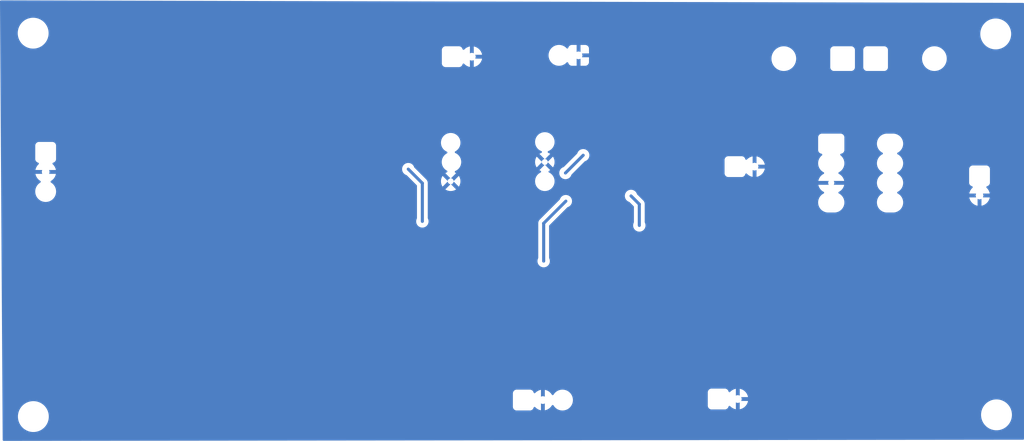
<source format=kicad_pcb>
(kicad_pcb
	(version 20240108)
	(generator "pcbnew")
	(generator_version "8.0")
	(general
		(thickness 1.6)
		(legacy_teardrops no)
	)
	(paper "A4")
	(title_block
		(title "PPM Aplifier")
		(date "2025-01-15")
		(rev "2.0")
		(company "D. Q. McDonald")
	)
	(layers
		(0 "F.Cu" signal)
		(31 "B.Cu" signal)
		(32 "B.Adhes" user "B.Adhesive")
		(33 "F.Adhes" user "F.Adhesive")
		(34 "B.Paste" user)
		(35 "F.Paste" user)
		(36 "B.SilkS" user "B.Silkscreen")
		(37 "F.SilkS" user "F.Silkscreen")
		(38 "B.Mask" user)
		(39 "F.Mask" user)
		(40 "Dwgs.User" user "User.Drawings")
		(41 "Cmts.User" user "User.Comments")
		(42 "Eco1.User" user "User.Eco1")
		(43 "Eco2.User" user "User.Eco2")
		(44 "Edge.Cuts" user)
		(45 "Margin" user)
		(46 "B.CrtYd" user "B.Courtyard")
		(47 "F.CrtYd" user "F.Courtyard")
		(48 "B.Fab" user)
		(49 "F.Fab" user)
		(50 "User.1" user)
		(51 "User.2" user)
		(52 "User.3" user)
		(53 "User.4" user)
		(54 "User.5" user)
		(55 "User.6" user)
		(56 "User.7" user)
		(57 "User.8" user)
		(58 "User.9" user)
	)
	(setup
		(stackup
			(layer "F.SilkS"
				(type "Top Silk Screen")
			)
			(layer "F.Paste"
				(type "Top Solder Paste")
			)
			(layer "F.Mask"
				(type "Top Solder Mask")
				(thickness 0.01)
			)
			(layer "F.Cu"
				(type "copper")
				(thickness 0.035)
			)
			(layer "dielectric 1"
				(type "core")
				(thickness 1.51)
				(material "FR4")
				(epsilon_r 4.5)
				(loss_tangent 0.02)
			)
			(layer "B.Cu"
				(type "copper")
				(thickness 0.035)
			)
			(layer "B.Mask"
				(type "Bottom Solder Mask")
				(thickness 0.01)
			)
			(layer "B.Paste"
				(type "Bottom Solder Paste")
			)
			(layer "B.SilkS"
				(type "Bottom Silk Screen")
			)
			(copper_finish "None")
			(dielectric_constraints no)
		)
		(pad_to_mask_clearance 0)
		(allow_soldermask_bridges_in_footprints no)
		(pcbplotparams
			(layerselection 0x00010fc_ffffffff)
			(plot_on_all_layers_selection 0x0000000_00000000)
			(disableapertmacros no)
			(usegerberextensions no)
			(usegerberattributes yes)
			(usegerberadvancedattributes yes)
			(creategerberjobfile yes)
			(dashed_line_dash_ratio 12.000000)
			(dashed_line_gap_ratio 3.000000)
			(svgprecision 4)
			(plotframeref no)
			(viasonmask no)
			(mode 1)
			(useauxorigin no)
			(hpglpennumber 1)
			(hpglpenspeed 20)
			(hpglpendiameter 15.000000)
			(pdf_front_fp_property_popups yes)
			(pdf_back_fp_property_popups yes)
			(dxfpolygonmode yes)
			(dxfimperialunits yes)
			(dxfusepcbnewfont yes)
			(psnegative no)
			(psa4output no)
			(plotreference yes)
			(plotvalue yes)
			(plotfptext yes)
			(plotinvisibletext no)
			(sketchpadsonfab no)
			(subtractmaskfromsilk no)
			(outputformat 1)
			(mirror no)
			(drillshape 1)
			(scaleselection 1)
			(outputdirectory "")
		)
	)
	(net 0 "")
	(net 1 "+12V")
	(net 2 "GND")
	(net 3 "-12V")
	(net 4 "Net-(T1-6)")
	(segment
		(start 81.15 48.45)
		(end 81.15 43.5)
		(width 0.4)
		(layer "B.Cu")
		(net 1)
		(uuid "14766dc2-ff09-4c5e-b125-521758babe56")
	)
	(segment
		(start 81.15 43.5)
		(end 79.325 41.675)
		(width 0.4)
		(layer "B.Cu")
		(net 1)
		(uuid "974cd0cc-9b8e-4fca-85be-aaaf358f9f58")
	)
	(segment
		(start 96.875 48.7)
		(end 99.75 45.825)
		(width 0.4)
		(layer "B.Cu")
		(net 3)
		(uuid "434ab66e-4080-4edf-b438-4aa636ec9064")
	)
	(segment
		(start 96.875 53.6)
		(end 96.875 48.7)
		(width 0.4)
		(layer "B.Cu")
		(net 3)
		(uuid "4389ebe6-3d2e-44db-80f2-aea3768d8e5f")
	)
	(segment
		(start 109.275 46.225)
		(end 108.2 45.15)
		(width 0.4)
		(layer "B.Cu")
		(net 3)
		(uuid "b68d04f2-8c15-4956-bf96-11158010ed84")
	)
	(segment
		(start 109.275 48.975)
		(end 109.275 46.225)
		(width 0.4)
		(layer "B.Cu")
		(net 3)
		(uuid "d0a37346-27b5-4097-a295-e4b7beea5a1b")
	)
	(segment
		(start 99.7 42.175)
		(end 102 39.875)
		(width 0.4)
		(layer "B.Cu")
		(net 4)
		(uuid "5a6b7e40-9376-4e4f-bcb5-f6c5ce2bce9b")
	)
	(zone
		(net 2)
		(net_name "GND")
		(layer "B.Cu")
		(uuid "f8a638ce-ac73-4c5d-9a81-30df537fc585")
		(hatch edge 0.5)
		(connect_pads
			(clearance 0.5)
		)
		(min_thickness 0.25)
		(filled_areas_thickness no)
		(fill yes
			(thermal_gap 0.5)
			(thermal_bridge_width 0.5)
		)
		(polygon
			(pts
				(xy 26.45 19.8) (xy 159.15 20.125) (xy 159.15 76.75) (xy 26.75 76.9) (xy 26.4 19.8) (xy 26.475 19.75)
			)
		)
		(filled_polygon
			(layer "B.Cu")
			(pts
				(xy 159.026304 20.124697) (xy 159.093295 20.144546) (xy 159.13892 20.197462) (xy 159.15 20.248697)
				(xy 159.15 76.62614) (xy 159.130315 76.693179) (xy 159.077511 76.738934) (xy 159.02614 76.75014)
				(xy 26.873381 76.89986) (xy 26.80632 76.880251) (xy 26.760505 76.827499) (xy 26.749243 76.776623)
				(xy 26.729887 73.618872) (xy 28.7245 73.618872) (xy 28.7245 73.881127) (xy 28.729107 73.916116)
				(xy 28.75873 74.141116) (xy 28.826602 74.394418) (xy 28.826605 74.394428) (xy 28.926953 74.63669)
				(xy 28.926958 74.6367) (xy 29.058075 74.863803) (xy 29.217718 75.071851) (xy 29.217726 75.07186)
				(xy 29.40314 75.257274) (xy 29.403148 75.257281) (xy 29.611196 75.416924) (xy 29.838299 75.548041)
				(xy 29.838309 75.548046) (xy 30.080571 75.648394) (xy 30.080581 75.648398) (xy 30.333884 75.71627)
				(xy 30.59388 75.7505) (xy 30.593887 75.7505) (xy 30.856113 75.7505) (xy 30.85612 75.7505) (xy 31.116116 75.71627)
				(xy 31.369419 75.648398) (xy 31.611697 75.548043) (xy 31.838803 75.416924) (xy 32.046851 75.257282)
				(xy 32.046855 75.257277) (xy 32.04686 75.257274) (xy 32.232274 75.07186) (xy 32.232277 75.071855)
				(xy 32.232282 75.071851) (xy 32.391924 74.863803) (xy 32.523043 74.636697) (xy 32.623398 74.394419)
				(xy 32.69127 74.141116) (xy 32.7255 73.88112) (xy 32.7255 73.61888) (xy 32.695876 73.393872) (xy 153.5745 73.393872)
				(xy 153.5745 73.656127) (xy 153.601123 73.858339) (xy 153.60873 73.916116) (xy 153.676602 74.169418)
				(xy 153.676605 74.169428) (xy 153.776953 74.41169) (xy 153.776958 74.4117) (xy 153.908075 74.638803)
				(xy 154.067718 74.846851) (xy 154.067726 74.84686) (xy 154.25314 75.032274) (xy 154.253148 75.032281)
				(xy 154.461196 75.191924) (xy 154.688299 75.323041) (xy 154.688309 75.323046) (xy 154.914951 75.416924)
				(xy 154.930581 75.423398) (xy 155.183884 75.49127) (xy 155.44388 75.5255) (xy 155.443887 75.5255)
				(xy 155.706113 75.5255) (xy 155.70612 75.5255) (xy 155.966116 75.49127) (xy 156.219419 75.423398)
				(xy 156.461697 75.323043) (xy 156.688803 75.191924) (xy 156.896851 75.032282) (xy 156.896855 75.032277)
				(xy 156.89686 75.032274) (xy 157.082274 74.84686) (xy 157.082277 74.846855) (xy 157.082282 74.846851)
				(xy 157.241924 74.638803) (xy 157.373043 74.411697) (xy 157.473398 74.169419) (xy 157.54127 73.916116)
				(xy 157.5755 73.65612) (xy 157.5755 73.39388) (xy 157.54127 73.133884) (xy 157.473398 72.880581)
				(xy 157.447928 72.819091) (xy 157.373046 72.638309) (xy 157.373041 72.638299) (xy 157.241924 72.411196)
				(xy 157.082281 72.203148) (xy 157.082274 72.20314) (xy 156.89686 72.017726) (xy 156.896851 72.017718)
				(xy 156.688803 71.858075) (xy 156.4617 71.726958) (xy 156.46169 71.726953) (xy 156.219428 71.626605)
				(xy 156.219421 71.626603) (xy 156.219419 71.626602) (xy 155.966116 71.55873) (xy 155.908339 71.551123)
				(xy 155.706127 71.5245) (xy 155.70612 71.5245) (xy 155.44388 71.5245) (xy 155.443872 71.5245) (xy 155.212772 71.554926)
				(xy 155.183884 71.55873) (xy 154.992545 71.609999) (xy 154.930581 71.626602) (xy 154.930571 71.626605)
				(xy 154.688309 71.726953) (xy 154.688299 71.726958) (xy 154.461196 71.858075) (xy 154.253148 72.017718)
				(xy 154.067718 72.203148) (xy 153.908075 72.411196) (xy 153.776958 72.638299) (xy 153.776953 72.638309)
				(xy 153.676605 72.880571) (xy 153.676602 72.880581) (xy 153.616317 73.105571) (xy 153.60873 73.133885)
				(xy 153.5745 73.393872) (xy 32.695876 73.393872) (xy 32.69127 73.358884) (xy 32.623398 73.105581)
				(xy 32.623394 73.105571) (xy 32.523046 72.863309) (xy 32.523041 72.863299) (xy 32.391924 72.636196)
				(xy 32.237847 72.435402) (xy 32.232282 72.428149) (xy 32.232281 72.428148) (xy 32.232274 72.42814)
				(xy 32.04686 72.242726) (xy 32.046851 72.242718) (xy 31.838803 72.083075) (xy 31.6117 71.951958)
				(xy 31.61169 71.951953) (xy 31.369428 71.851605) (xy 31.369421 71.851603) (xy 31.369419 71.851602)
				(xy 31.116116 71.78373) (xy 31.058339 71.776123) (xy 30.856127 71.7495) (xy 30.85612 71.7495) (xy 30.59388 71.7495)
				(xy 30.593872 71.7495) (xy 30.362772 71.779926) (xy 30.333884 71.78373) (xy 30.103679 71.845413)
				(xy 30.080581 71.851602) (xy 30.080571 71.851605) (xy 29.838309 71.951953) (xy 29.838299 71.951958)
				(xy 29.611196 72.083075) (xy 29.403148 72.242718) (xy 29.217718 72.428148) (xy 29.058075 72.636196)
				(xy 28.926958 72.863299) (xy 28.926953 72.863309) (xy 28.826605 73.105571) (xy 28.826602 73.105581)
				(xy 28.75873 73.358885) (xy 28.7245 73.618872) (xy 26.729887 73.618872) (xy 26.71207 70.712135)
				(xy 92.8845 70.712135) (xy 92.8845 72.50787) (xy 92.884501 72.507876) (xy 92.890908 72.567483) (xy 92.941202 72.702328)
				(xy 92.941206 72.702335) (xy 93.027452 72.817544) (xy 93.027455 72.817547) (xy 93.142664 72.903793)
				(xy 93.142671 72.903797) (xy 93.277517 72.954091) (xy 93.277516 72.954091) (xy 93.284444 72.954835)
				(xy 93.337127 72.9605) (xy 95.132872 72.960499) (xy 95.192483 72.954091) (xy 95.327331 72.903796)
				(xy 95.442546 72.817546) (xy 95.528796 72.702331) (xy 95.578002 72.570401) (xy 95.619872 72.514468)
				(xy 95.685337 72.49005) (xy 95.75361 72.504901) (xy 95.781865 72.526053) (xy 95.903917 72.648105)
				(xy 96.097421 72.7836) (xy 96.311507 72.883429) (xy 96.311516 72.883433) (xy 96.525 72.940634) (xy 96.525 72.043012)
				(xy 96.582007 72.075925) (xy 96.709174 72.11) (xy 96.840826 72.11) (xy 96.967993 72.075925) (xy 97.025 72.043012)
				(xy 97.025 72.940633) (xy 97.238483 72.883433) (xy 97.238492 72.883429) (xy 97.452578 72.7836) (xy 97.646082 72.648105)
				(xy 97.813105 72.481082) (xy 97.943119 72.295405) (xy 97.997696 72.251781) (xy 98.067195 72.244588)
				(xy 98.129549 72.27611) (xy 98.146269 72.295405) (xy 98.276505 72.481401) (xy 98.443599 72.648495)
				(xy 98.540384 72.716265) (xy 98.637165 72.784032) (xy 98.637167 72.784033) (xy 98.63717 72.784035)
				(xy 98.851337 72.883903) (xy 99.079592 72.945063) (xy 99.256034 72.9605) (xy 99.314999 72.965659)
				(xy 99.315 72.965659) (xy 99.315001 72.965659) (xy 99.373966 72.9605) (xy 99.550408 72.945063) (xy 99.778663 72.883903)
				(xy 99.99283 72.784035) (xy 100.186401 72.648495) (xy 100.353495 72.481401) (xy 100.489035 72.28783)
				(xy 100.588903 72.073663) (xy 100.650063 71.845408) (xy 100.670659 71.61) (xy 100.650063 71.374592)
				(xy 100.588903 71.146337) (xy 100.489035 70.932171) (xy 100.483731 70.924595) (xy 100.353494 70.738597)
				(xy 100.192031 70.577135) (xy 118.1495 70.577135) (xy 118.1495 72.37287) (xy 118.149501 72.372876)
				(xy 118.155908 72.432483) (xy 118.206202 72.567328) (xy 118.206206 72.567335) (xy 118.292452 72.682544)
				(xy 118.292455 72.682547) (xy 118.407664 72.768793) (xy 118.407671 72.768797) (xy 118.542517 72.819091)
				(xy 118.542516 72.819091) (xy 118.549444 72.819835) (xy 118.602127 72.8255) (xy 120.397872 72.825499)
				(xy 120.457483 72.819091) (xy 120.592331 72.768796) (xy 120.707546 72.682546) (xy 120.793796 72.567331)
				(xy 120.843002 72.435401) (xy 120.884872 72.379468) (xy 120.950337 72.35505) (xy 121.01861 72.369901)
				(xy 121.046865 72.391053) (xy 121.168917 72.513105) (xy 121.362421 72.6486) (xy 121.576507 72.748429)
				(xy 121.576516 72.748433) (xy 121.79 72.805634) (xy 121.79 71.908012) (xy 121.847007 71.940925)
				(xy 121.974174 71.975) (xy 122.105826 71.975) (xy 122.232993 71.940925) (xy 122.29 71.908012) (xy 122.29 72.805633)
				(xy 122.503483 72.748433) (xy 122.503492 72.748429) (xy 122.717578 72.6486) (xy 122.911082 72.513105)
				(xy 123.078105 72.346082) (xy 123.2136 72.152578) (xy 123.313429 71.938492) (xy 123.313432 71.938486)
				(xy 123.370636 71.725) (xy 122.473012 71.725) (xy 122.505925 71.667993) (xy 122.54 71.540826) (xy 122.54 71.409174)
				(xy 122.505925 71.282007) (xy 122.473012 71.225) (xy 123.370636 71.225) (xy 123.370635 71.224999)
				(xy 123.313432 71.011513) (xy 123.313429 71.011507) (xy 123.2136 70.797422) (xy 123.213599 70.79742)
				(xy 123.078113 70.603926) (xy 123.078108 70.60392) (xy 122.911082 70.436894) (xy 122.717578 70.301399)
				(xy 122.503492 70.20157) (xy 122.503486 70.201567) (xy 122.29 70.144364) (xy 122.29 71.041988) (xy 122.232993 71.009075)
				(xy 122.105826 70.975) (xy 121.974174 70.975) (xy 121.847007 71.009075) (xy 121.79 71.041988) (xy 121.79 70.144364)
				(xy 121.789999 70.144364) (xy 121.576513 70.201567) (xy 121.576507 70.20157) (xy 121.362422 70.301399)
				(xy 121.36242 70.3014) (xy 121.168926 70.436886) (xy 121.046865 70.558947) (xy 120.985542 70.592431)
				(xy 120.91585 70.587447) (xy 120.859917 70.545575) (xy 120.843002 70.514598) (xy 120.793797 70.382671)
				(xy 120.793793 70.382664) (xy 120.707547 70.267455) (xy 120.707544 70.267452) (xy 120.592335 70.181206)
				(xy 120.592328 70.181202) (xy 120.457482 70.130908) (xy 120.457483 70.130908) (xy 120.397883 70.124501)
				(xy 120.397881 70.1245) (xy 120.397873 70.1245) (xy 120.397864 70.1245) (xy 118.602129 70.1245)
				(xy 118.602123 70.124501) (xy 118.542516 70.130908) (xy 118.407671 70.181202) (xy 118.407664 70.181206)
				(xy 118.292455 70.267452) (xy 118.292452 70.267455) (xy 118.206206 70.382664) (xy 118.206202 70.382671)
				(xy 118.155908 70.517517) (xy 118.149501 70.577116) (xy 118.1495 70.577135) (xy 100.192031 70.577135)
				(xy 100.186402 70.571506) (xy 100.186395 70.571501) (xy 99.992834 70.435967) (xy 99.99283 70.435965)
				(xy 99.992828 70.435964) (xy 99.778663 70.336097) (xy 99.778659 70.336096) (xy 99.778655 70.336094)
				(xy 99.550413 70.274938) (xy 99.550403 70.274936) (xy 99.315001 70.254341) (xy 99.314999 70.254341)
				(xy 99.079596 70.274936) (xy 99.079586 70.274938) (xy 98.851344 70.336094) (xy 98.851335 70.336098)
				(xy 98.637171 70.435964) (xy 98.637169 70.435965) (xy 98.443597 70.571505) (xy 98.276508 70.738594)
				(xy 98.146269 70.924595) (xy 98.091692 70.968219) (xy 98.022193 70.975412) (xy 97.959839 70.94389)
				(xy 97.943119 70.924594) (xy 97.813113 70.738926) (xy 97.813108 70.73892) (xy 97.646082 70.571894)
				(xy 97.452578 70.436399) (xy 97.238492 70.33657) (xy 97.238486 70.336567) (xy 97.025 70.279364)
				(xy 97.025 71.176988) (xy 96.967993 71.144075) (xy 96.840826 71.11) (xy 96.709174 71.11) (xy 96.582007 71.144075)
				(xy 96.525 71.176988) (xy 96.525 70.279364) (xy 96.524999 70.279364) (xy 96.311513 70.336567) (xy 96.311507 70.33657)
				(xy 96.097422 70.436399) (xy 96.09742 70.4364) (xy 95.903926 70.571886) (xy 95.781865 70.693947)
				(xy 95.720542 70.727431) (xy 95.65085 70.722447) (xy 95.594917 70.680575) (xy 95.578002 70.649598)
				(xy 95.560965 70.60392) (xy 95.528796 70.517669) (xy 95.528795 70.517668) (xy 95.528793 70.517664)
				(xy 95.442547 70.402455) (xy 95.442544 70.402452) (xy 95.327335 70.316206) (xy 95.327328 70.316202)
				(xy 95.192482 70.265908) (xy 95.192483 70.265908) (xy 95.132883 70.259501) (xy 95.132881 70.2595)
				(xy 95.132873 70.2595) (xy 95.132864 70.2595) (xy 93.337129 70.2595) (xy 93.337123 70.259501) (xy 93.277516 70.265908)
				(xy 93.142671 70.316202) (xy 93.142664 70.316206) (xy 93.027455 70.402452) (xy 93.027452 70.402455)
				(xy 92.941206 70.517664) (xy 92.941202 70.517671) (xy 92.890908 70.652517) (xy 92.884501 70.712116)
				(xy 92.8845 70.712135) (xy 26.71207 70.712135) (xy 26.607179 53.599996) (xy 96.069435 53.599996)
				(xy 96.069435 53.600003) (xy 96.08963 53.779249) (xy 96.089631 53.779254) (xy 96.149211 53.949523)
				(xy 96.245184 54.102262) (xy 96.372738 54.229816) (xy 96.525478 54.325789) (xy 96.695745 54.385368)
				(xy 96.69575 54.385369) (xy 96.874996 54.405565) (xy 96.875 54.405565) (xy 96.875004 54.405565)
				(xy 97.054249 54.385369) (xy 97.054252 54.385368) (xy 97.054255 54.385368) (xy 97.224522 54.325789)
				(xy 97.377262 54.229816) (xy 97.504816 54.102262) (xy 97.600789 53.949522) (xy 97.660368 53.779255)
				(xy 97.680565 53.6) (xy 97.660368 53.420745) (xy 97.660367 53.420743) (xy 97.660366 53.420737) (xy 97.60079 53.250479)
				(xy 97.594506 53.240478) (xy 97.5755 53.174507) (xy 97.5755 49.041518) (xy 97.595185 48.974479)
				(xy 97.611814 48.953842) (xy 99.94929 46.616365) (xy 99.996013 46.587007) (xy 100.099522 46.550789)
				(xy 100.252262 46.454816) (xy 100.379816 46.327262) (xy 100.475789 46.174522) (xy 100.535368 46.004255)
				(xy 100.535369 46.004249) (xy 100.555565 45.825003) (xy 100.555565 45.824996) (xy 100.535369 45.64575)
				(xy 100.535368 45.645745) (xy 100.512007 45.578984) (xy 100.475789 45.475478) (xy 100.379816 45.322738)
				(xy 100.252262 45.195184) (xy 100.180346 45.149996) (xy 107.394435 45.149996) (xy 107.394435 45.150003)
				(xy 107.41463 45.329249) (xy 107.414631 45.329254) (xy 107.474211 45.499523) (xy 107.509651 45.555925)
				(xy 107.570184 45.652262) (xy 107.697738 45.779816) (xy 107.769648 45.825) (xy 107.850474 45.875787)
				(xy 107.850478 45.875789) (xy 107.953984 45.912007) (xy 108.00071 45.941367) (xy 108.538181 46.478838)
				(xy 108.571666 46.540161) (xy 108.5745 46.566519) (xy 108.5745 48.549507) (xy 108.555494 48.615478)
				(xy 108.549209 48.625479) (xy 108.489633 48.795737) (xy 108.48963 48.79575) (xy 108.469435 48.974996)
				(xy 108.469435 48.975003) (xy 108.48963 49.154249) (xy 108.489631 49.154254) (xy 108.549211 49.324523)
				(xy 108.645184 49.477262) (xy 108.772738 49.604816) (xy 108.925478 49.700789) (xy 109.095745 49.760368)
				(xy 109.09575 49.760369) (xy 109.274996 49.780565) (xy 109.275 49.780565) (xy 109.275004 49.780565)
				(xy 109.454249 49.760369) (xy 109.454252 49.760368) (xy 109.454255 49.760368) (xy 109.624522 49.700789)
				(xy 109.777262 49.604816) (xy 109.904816 49.477262) (xy 110.000789 49.324522) (xy 110.060368 49.154255)
				(xy 110.060369 49.154249) (xy 110.080565 48.975003) (xy 110.080565 48.974996) (xy 110.060369 48.79575)
				(xy 110.060366 48.795737) (xy 110.00079 48.625479) (xy 109.994506 48.615478) (xy 109.9755 48.549507)
				(xy 109.9755 46.156004) (xy 109.948581 46.020677) (xy 109.94858 46.020676) (xy 109.94858 46.020672)
				(xy 109.895775 45.893189) (xy 109.884149 45.875789) (xy 109.884148 45.875787) (xy 109.819114 45.778456)
				(xy 109.819111 45.778453) (xy 108.991367 44.95071) (xy 108.962006 44.903983) (xy 108.959565 44.897007)
				(xy 108.925789 44.800478) (xy 108.923078 44.796164) (xy 108.874849 44.719407) (xy 108.829816 44.647738)
				(xy 108.702262 44.520184) (xy 108.666277 44.497573) (xy 108.549523 44.424211) (xy 108.379254 44.364631)
				(xy 108.379249 44.36463) (xy 108.200004 44.344435) (xy 108.199996 44.344435) (xy 108.02075 44.36463)
				(xy 108.020745 44.364631) (xy 107.850476 44.424211) (xy 107.697737 44.520184) (xy 107.570184 44.647737)
				(xy 107.474211 44.800476) (xy 107.414631 44.970745) (xy 107.41463 44.97075) (xy 107.394435 45.149996)
				(xy 100.180346 45.149996) (xy 100.099523 45.099211) (xy 99.929254 45.039631) (xy 99.929249 45.03963)
				(xy 99.750004 45.019435) (xy 99.749996 45.019435) (xy 99.57075 45.03963) (xy 99.570745 45.039631)
				(xy 99.400476 45.099211) (xy 99.247737 45.195184) (xy 99.120184 45.322737) (xy 99.024212 45.475475)
				(xy 99.024211 45.475476) (xy 98.987992 45.578984) (xy 98.958632 45.625709) (xy 96.330887 48.253454)
				(xy 96.254222 48.368192) (xy 96.201421 48.495667) (xy 96.201418 48.495679) (xy 96.179312 48.606815)
				(xy 96.179312 48.606818) (xy 96.1745 48.631006) (xy 96.1745 53.174507) (xy 96.155494 53.240478)
				(xy 96.149209 53.250479) (xy 96.089633 53.420737) (xy 96.08963 53.42075) (xy 96.069435 53.599996)
				(xy 26.607179 53.599996) (xy 26.551875 44.577499) (xy 30.964341 44.577499) (xy 30.964341 44.5775)
				(xy 30.984936 44.812903) (xy 30.984938 44.812913) (xy 31.046094 45.041155) (xy 31.046096 45.041159)
				(xy 31.046097 45.041163) (xy 31.145965 45.25533) (xy 31.145967 45.255334) (xy 31.245168 45.397007)
				(xy 31.281505 45.448901) (xy 31.448599 45.615995) (xy 31.491094 45.64575) (xy 31.642165 45.751532)
				(xy 31.642167 45.751533) (xy 31.64217 45.751535) (xy 31.856337 45.851403) (xy 32.084592 45.912563)
				(xy 32.272918 45.929039) (xy 32.319999 45.933159) (xy 32.32 45.933159) (xy 32.320001 45.933159)
				(xy 32.359234 45.929726) (xy 32.555408 45.912563) (xy 32.783663 45.851403) (xy 32.99783 45.751535)
				(xy 33.191401 45.615995) (xy 33.358495 45.448901) (xy 33.494035 45.25533) (xy 33.593903 45.041163)
				(xy 33.655063 44.812908) (xy 33.675659 44.5775) (xy 33.674765 44.567287) (xy 33.66871 44.49807)
				(xy 33.655063 44.342092) (xy 33.593903 44.113837) (xy 33.494035 43.899671) (xy 33.489366 43.893002)
				(xy 33.358494 43.706097) (xy 33.191402 43.539006) (xy 33.191401 43.539005) (xy 33.005405 43.408769)
				(xy 32.961781 43.354192) (xy 32.954588 43.284693) (xy 32.98611 43.222339) (xy 33.005405 43.205619)
				(xy 33.191082 43.075605) (xy 33.358105 42.908582) (xy 33.4936 42.715078) (xy 33.593429 42.500992)
				(xy 33.593432 42.500986) (xy 33.650636 42.2875) (xy 32.753012 42.2875) (xy 32.785925 42.230493)
				(xy 32.82 42.103326) (xy 32.82 41.971674) (xy 32.785925 41.844507) (xy 32.753012 41.7875) (xy 33.650636 41.7875)
				(xy 33.650635 41.787499) (xy 33.62049 41.674996) (xy 78.519435 41.674996) (xy 78.519435 41.675003)
				(xy 78.53963 41.854249) (xy 78.539631 41.854254) (xy 78.599211 42.024523) (xy 78.655154 42.113555)
				(xy 78.695184 42.177262) (xy 78.822738 42.304816) (xy 78.883051 42.342713) (xy 78.955291 42.388105)
				(xy 78.975478 42.400789) (xy 79.078984 42.437007) (xy 79.12571 42.466367) (xy 80.413181 43.753838)
				(xy 80.446666 43.815161) (xy 80.4495 43.841519) (xy 80.4495 48.024507) (xy 80.430494 48.090478)
				(xy 80.424209 48.100479) (xy 80.364633 48.270737) (xy 80.36463 48.27075) (xy 80.344435 48.449996)
				(xy 80.344435 48.450003) (xy 80.36463 48.629249) (xy 80.364631 48.629254) (xy 80.424211 48.799523)
				(xy 80.520184 48.952262) (xy 80.647738 49.079816) (xy 80.800478 49.175789) (xy 80.970745 49.235368)
				(xy 80.97075 49.235369) (xy 81.149996 49.255565) (xy 81.15 49.255565) (xy 81.150004 49.255565) (xy 81.329249 49.235369)
				(xy 81.329252 49.235368) (xy 81.329255 49.235368) (xy 81.499522 49.175789) (xy 81.652262 49.079816)
				(xy 81.779816 48.952262) (xy 81.875789 48.799522) (xy 81.935368 48.629255) (xy 81.935369 48.629249)
				(xy 81.955565 48.450003) (xy 81.955565 48.449996) (xy 81.935369 48.27075) (xy 81.935366 48.270737)
				(xy 81.87579 48.100479) (xy 81.869506 48.090478) (xy 81.8505 48.024507) (xy 81.8505 43.431004) (xy 81.823581 43.295677)
				(xy 81.82358 43.295676) (xy 81.82358 43.295672) (xy 81.819032 43.284693) (xy 81.770776 43.16819)
				(xy 81.758934 43.150468) (xy 81.758933 43.150466) (xy 81.694114 43.053457) (xy 81.694112 43.053454)
				(xy 81.694111 43.053453) (xy 80.116367 41.47571) (xy 80.087006 41.428983) (xy 80.082402 41.415826)
				(xy 80.050789 41.325478) (xy 79.954816 41.172738) (xy 79.827262 41.045184) (xy 79.728364 40.983042)
				(xy 79.674523 40.949211) (xy 79.504254 40.889631) (xy 79.504249 40.88963) (xy 79.325004 40.869435)
				(xy 79.324996 40.869435) (xy 79.14575 40.88963) (xy 79.145745 40.889631) (xy 78.975476 40.949211)
				(xy 78.822737 41.045184) (xy 78.695184 41.172737) (xy 78.599211 41.325476) (xy 78.539631 41.495745)
				(xy 78.53963 41.49575) (xy 78.519435 41.674996) (xy 33.62049 41.674996) (xy 33.593432 41.574013)
				(xy 33.593429 41.574007) (xy 33.4936 41.359922) (xy 33.493599 41.35992) (xy 33.358113 41.166426)
				(xy 33.358108 41.16642) (xy 33.236053 41.044365) (xy 33.202568 40.983042) (xy 33.207552 40.91335)
				(xy 33.249424 40.857417) (xy 33.2804 40.840502) (xy 33.369847 40.807141) (xy 33.412326 40.791298)
				(xy 33.412326 40.791297) (xy 33.412331 40.791296) (xy 33.527546 40.705046) (xy 33.613796 40.589831)
				(xy 33.664091 40.454983) (xy 33.6705 40.395373) (xy 33.670499 38.599628) (xy 33.664091 38.540017)
				(xy 33.640718 38.477352) (xy 33.613797 38.405171) (xy 33.613793 38.405164) (xy 33.527547 38.289955)
				(xy 33.527544 38.289952) (xy 33.474171 38.249997) (xy 83.557677 38.249997) (xy 83.557677 38.250002)
				(xy 83.576929 38.470062) (xy 83.57693 38.47007) (xy 83.634104 38.683445) (xy 83.634105 38.683447)
				(xy 83.634106 38.68345) (xy 83.723063 38.874219) (xy 83.727466 38.883662) (xy 83.727468 38.883666)
				(xy 83.85417 39.064615) (xy 83.854175 39.064621) (xy 84.010378 39.220824) (xy 84.010384 39.220829)
				(xy 84.191333 39.347531) (xy 84.191335 39.347532) (xy 84.191338 39.347534) (xy 84.299713 39.39807)
				(xy 84.327298 39.410933) (xy 84.379738 39.457105) (xy 84.39889 39.524298) (xy 84.378674 39.59118)
				(xy 84.327301 39.635696) (xy 84.291341 39.652464) (xy 84.291338 39.652466) (xy 84.110377 39.779175)
				(xy 83.954175 39.935377) (xy 83.827466 40.116338) (xy 83.827465 40.11634) (xy 83.734107 40.316548)
				(xy 83.734104 40.316554) (xy 83.67693 40.529929) (xy 83.676929 40.529937) (xy 83.657677 40.749997)
				(xy 83.657677 40.750002) (xy 83.676929 40.970062) (xy 83.67693 40.97007) (xy 83.734104 41.183445)
				(xy 83.734105 41.183447) (xy 83.734106 41.18345) (xy 83.808251 41.342455) (xy 83.827466 41.383662)
				(xy 83.827468 41.383666) (xy 83.95417 41.564615) (xy 83.954175 41.564621) (xy 84.110378 41.720824)
				(xy 84.110384 41.720829) (xy 84.291333 41.847531) (xy 84.291334 41.847531) (xy 84.291338 41.847534)
				(xy 84.327891 41.864578) (xy 84.380329 41.910749) (xy 84.399482 41.977942) (xy 84.379267 42.044824)
				(xy 84.327891 42.089342) (xy 84.19159 42.152901) (xy 84.126811 42.198258) (xy 84.797553 42.869)
				(xy 84.77484 42.869) (xy 84.677939 42.894964) (xy 84.59106 42.945124) (xy 84.520124 43.01606) (xy 84.469964 43.102939)
				(xy 84.444 43.19984) (xy 84.444 43.222553) (xy 83.773258 42.551811) (xy 83.727901 42.61659) (xy 83.634579 42.81672)
				(xy 83.634575 42.816729) (xy 83.577426 43.030013) (xy 83.577424 43.030023) (xy 83.558179 43.249999)
				(xy 83.558179 43.25) (xy 83.577424 43.469976) (xy 83.577426 43.469986) (xy 83.634575 43.68327) (xy 83.63458 43.683284)
				(xy 83.727898 43.883405) (xy 83.727901 43.883411) (xy 83.773258 43.948187) (xy 83.773259 43.948188)
				(xy 84.444 43.277447) (xy 84.444 43.30016) (xy 84.469964 43.397061) (xy 84.520124 43.48394) (xy 84.59106 43.554876)
				(xy 84.677939 43.605036) (xy 84.77484 43.631) (xy 84.797553 43.631) (xy 84.12681 44.30174) (xy 84.19159 44.347099)
				(xy 84.191592 44.3471) (xy 84.391715 44.440419) (xy 84.391729 44.440424) (xy 84.605013 44.497573)
				(xy 84.605023 44.497575) (xy 84.824999 44.516821) (xy 84.825001 44.516821) (xy 85.044976 44.497575)
				(xy 85.044986 44.497573) (xy 85.25827 44.440424) (xy 85.258284 44.440419) (xy 85.458407 44.3471)
				(xy 85.458417 44.347094) (xy 85.523188 44.301741) (xy 84.852448 43.631) (xy 84.87516 43.631) (xy 84.972061 43.605036)
				(xy 85.05894 43.554876) (xy 85.129876 43.48394) (xy 85.180036 43.397061) (xy 85.206 43.30016) (xy 85.206 43.277447)
				(xy 85.876741 43.948188) (xy 85.922094 43.883417) (xy 85.9221 43.883407) (xy 86.015419 43.683284)
				(xy 86.015424 43.68327) (xy 86.072573 43.469986) (xy 86.072575 43.469976) (xy 86.091821 43.25) (xy 86.091821 43.249999)
				(xy 86.072575 43.030023) (xy 86.072573 43.030013) (xy 86.015424 42.816729) (xy 86.01542 42.81672)
				(xy 85.922096 42.616586) (xy 85.876741 42.551811) (xy 85.87674 42.55181) (xy 85.206 43.222551) (xy 85.206 43.19984)
				(xy 85.180036 43.102939) (xy 85.129876 43.01606) (xy 85.05894 42.945124) (xy 84.972061 42.894964)
				(xy 84.87516 42.869) (xy 84.852448 42.869) (xy 85.523188 42.198259) (xy 85.523187 42.198258) (xy 85.458411 42.152901)
				(xy 85.458409 42.1529) (xy 85.422108 42.135973) (xy 85.369669 42.089801) (xy 85.350517 42.022607)
				(xy 85.370733 41.955726) (xy 85.422107 41.911209) (xy 85.558662 41.847534) (xy 85.73962 41.720826)
				(xy 85.895826 41.56462) (xy 86.022534 41.383662) (xy 86.115894 41.18345) (xy 86.17307 40.970068)
				(xy 86.192323 40.75) (xy 86.17307 40.529932) (xy 86.115894 40.31655) (xy 86.022534 40.116339) (xy 85.895826 39.93538)
				(xy 85.73962 39.779174) (xy 85.739616 39.779171) (xy 85.739615 39.77917) (xy 85.558666 39.652468)
				(xy 85.558662 39.652466) (xy 85.4227 39.589066) (xy 85.370261 39.542894) (xy 85.351109 39.4757)
				(xy 85.371325 39.408819) (xy 85.4227 39.364302) (xy 85.458662 39.347534) (xy 85.63962 39.220826)
				(xy 85.795826 39.06462) (xy 85.922534 38.883662) (xy 86.015894 38.68345) (xy 86.07307 38.470068)
				(xy 86.087509 38.305017) (xy 86.092323 38.250002) (xy 86.092323 38.249997) (xy 86.083872 38.153408)
				(xy 86.083574 38.149997) (xy 95.757677 38.149997) (xy 95.757677 38.150002) (xy 95.776929 38.370062)
				(xy 95.77693 38.37007) (xy 95.834104 38.583445) (xy 95.834105 38.583447) (xy 95.834106 38.58345)
				(xy 95.880737 38.68345) (xy 95.927466 38.783662) (xy 95.927468 38.783666) (xy 96.05417 38.964615)
				(xy 96.054175 38.964621) (xy 96.210378 39.120824) (xy 96.210384 39.120829) (xy 96.391333 39.247531)
				(xy 96.391335 39.247532) (xy 96.391338 39.247534) (xy 96.585117 39.337894) (xy 96.637556 39.384066)
				(xy 96.656708 39.45126) (xy 96.636492 39.518141) (xy 96.585117 39.562658) (xy 96.39159 39.652901)
				(xy 96.326811 39.698258) (xy 96.997553 40.369) (xy 96.97484 40.369) (xy 96.877939 40.394964) (xy 96.79106 40.445124)
				(xy 96.720124 40.51606) (xy 96.669964 40.602939) (xy 96.644 40.69984) (xy 96.644 40.722553) (xy 95.973258 40.051811)
				(xy 95.927901 40.11659) (xy 95.834579 40.31672) (xy 95.834575 40.316729) (xy 95.777426 40.530013)
				(xy 95.777424 40.530023) (xy 95.758179 40.749999) (xy 95.758179 40.75) (xy 95.777424 40.969976)
				(xy 95.777426 40.969986) (xy 95.834575 41.18327) (xy 95.83458 41.183284) (xy 95.927898 41.383405)
				(xy 95.927901 41.383411) (xy 95.973258 41.448187) (xy 95.973259 41.448188) (xy 96.644 40.777447)
				(xy 96.644 40.80016) (xy 96.669964 40.897061) (xy 96.720124 40.98394) (xy 96.79106 41.054876) (xy 96.877939 41.105036)
				(xy 96.97484 41.131) (xy 96.997553 41.131) (xy 96.32681 41.80174) (xy 96.391589 41.847098) (xy 96.477891 41.887342)
				(xy 96.53033 41.933514) (xy 96.549482 42.000708) (xy 96.529266 42.067589) (xy 96.477891 42.112106)
				(xy 96.39134 42.152465) (xy 96.391338 42.152466) (xy 96.210377 42.279175) (xy 96.054175 42.435377)
				(xy 95.927466 42.616338) (xy 95.927465 42.61634) (xy 95.834107 42.816548) (xy 95.834104 42.816554)
				(xy 95.77693 43.029929) (xy 95.776929 43.029937) (xy 95.757677 43.249997) (xy 95.757677 43.250002)
				(xy 95.776929 43.470062) (xy 95.77693 43.47007) (xy 95.834104 43.683445) (xy 95.834105 43.683447)
				(xy 95.834106 43.68345) (xy 95.908875 43.843793) (xy 95.927466 43.883662) (xy 95.927468 43.883666)
				(xy 96.05417 44.064615) (xy 96.054175 44.064621) (xy 96.210378 44.220824) (xy 96.210384 44.220829)
				(xy 96.391333 44.347531) (xy 96.391335 44.347532) (xy 96.391338 44.347534) (xy 96.59155 44.440894)
				(xy 96.804932 44.49807) (xy 96.962123 44.511822) (xy 97.024998 44.517323) (xy 97.025 44.517323)
				(xy 97.025002 44.517323) (xy 97.080017 44.512509) (xy 97.245068 44.49807) (xy 97.45845 44.440894)
				(xy 97.658662 44.347534) (xy 97.83962 44.220826) (xy 97.995826 44.06462) (xy 98.122534 43.883662)
				(xy 98.215894 43.68345) (xy 98.27307 43.470068) (xy 98.292323 43.25) (xy 98.291661 43.242437) (xy 98.277648 43.082259)
				(xy 98.27307 43.029932) (xy 98.215894 42.81655) (xy 98.122534 42.616339) (xy 98.015458 42.463417)
				(xy 97.995827 42.435381) (xy 97.934734 42.374288) (xy 97.83962 42.279174) (xy 97.839616 42.279171)
				(xy 97.839615 42.27917) (xy 97.690839 42.174996) (xy 98.894435 42.174996) (xy 98.894435 42.175003)
				(xy 98.91463 42.354249) (xy 98.914631 42.354254) (xy 98.974211 42.524523) (xy 99.070184 42.677262)
				(xy 99.197738 42.804816) (xy 99.28808 42.861582) (xy 99.343567 42.896447) (xy 99.350478 42.900789)
				(xy 99.47718 42.945124) (xy 99.520745 42.960368) (xy 99.52075 42.960369) (xy 99.699996 42.980565)
				(xy 99.7 42.980565) (xy 99.700004 42.980565) (xy 99.879249 42.960369) (xy 99.879252 42.960368) (xy 99.879255 42.960368)
				(xy 100.049522 42.900789) (xy 100.202262 42.804816) (xy 100.329816 42.677262) (xy 100.425789 42.524522)
				(xy 100.462007 42.421013) (xy 100.491365 42.37429) (xy 102.19929 40.666365) (xy 102.246013 40.637007)
				(xy 102.349522 40.600789) (xy 102.502262 40.504816) (xy 102.554943 40.452135) (xy 120.3245 40.452135)
				(xy 120.3245 42.24787) (xy 120.324501 42.247876) (xy 120.330908 42.307483) (xy 120.381202 42.442328)
				(xy 120.381206 42.442335) (xy 120.467452 42.557544) (xy 120.467455 42.557547) (xy 120.582664 42.643793)
				(xy 120.582671 42.643797) (xy 120.717517 42.694091) (xy 120.717516 42.694091) (xy 120.724444 42.694835)
				(xy 120.777127 42.7005) (xy 122.572872 42.700499) (xy 122.632483 42.694091) (xy 122.767331 42.643796)
				(xy 122.882546 42.557546) (xy 122.968796 42.442331) (xy 123.018002 42.310401) (xy 123.059872 42.254468)
				(xy 123.125337 42.23005) (xy 123.19361 42.244901) (xy 123.221865 42.266053) (xy 123.343917 42.388105)
				(xy 123.537421 42.5236) (xy 123.751507 42.623429) (xy 123.751516 42.623433) (xy 123.965 42.680634)
				(xy 123.965 41.783012) (xy 124.022007 41.815925) (xy 124.149174 41.85) (xy 124.280826 41.85) (xy 124.407993 41.815925)
				(xy 124.465 41.783012) (xy 124.465 42.680633) (xy 124.678483 42.623433) (xy 124.678492 42.623429)
				(xy 124.892578 42.5236) (xy 125.086082 42.388105) (xy 125.253105 42.221082) (xy 125.3886 42.027578)
				(xy 125.488429 41.813492) (xy 125.488432 41.813486) (xy 125.545636 41.6) (xy 124.648012 41.6) (xy 124.680925 41.542993)
				(xy 124.715 41.415826) (xy 124.715 41.284174) (xy 124.680925 41.157007) (xy 124.648012 41.1) (xy 125.545636 41.1)
				(xy 125.545635 41.099999) (xy 125.488432 40.886513) (xy 125.488429 40.886507) (xy 125.3886 40.672422)
				(xy 125.388599 40.67242) (xy 125.253113 40.478926) (xy 125.253108 40.47892) (xy 125.086082 40.311894)
				(xy 124.892578 40.176399) (xy 124.678492 40.07657) (xy 124.678486 40.076567) (xy 124.465 40.019364)
				(xy 124.465 40.916988) (xy 124.407993 40.884075) (xy 124.280826 40.85) (xy 124.149174 40.85) (xy 124.022007 40.884075)
				(xy 123.965 40.916988) (xy 123.965 40.019364) (xy 123.964999 40.019364) (xy 123.751513 40.076567)
				(xy 123.751507 40.07657) (xy 123.537422 40.176399) (xy 123.53742 40.1764) (xy 123.343926 40.311886)
				(xy 123.221865 40.433947) (xy 123.160542 40.467431) (xy 123.09085 40.462447) (xy 123.034917 40.420575)
				(xy 123.018002 40.389598) (xy 122.968797 40.257671) (xy 122.968793 40.257664) (xy 122.882547 40.142455)
				(xy 122.882544 40.142452) (xy 122.767335 40.056206) (xy 122.767328 40.056202) (xy 122.632482 40.005908)
				(xy 122.632483 40.005908) (xy 122.572883 39.999501) (xy 122.572881 39.9995) (xy 122.572873 39.9995)
				(xy 122.572864 39.9995) (xy 120.777129 39.9995) (xy 120.777123 39.999501) (xy 120.717516 40.005908)
				(xy 120.582671 40.056202) (xy 120.582664 40.056206) (xy 120.467455 40.142452) (xy 120.467452 40.142455)
				(xy 120.381206 40.257664) (xy 120.381202 40.257671) (xy 120.330908 40.392517) (xy 120.324501 40.452116)
				(xy 120.3245 40.452135) (xy 102.554943 40.452135) (xy 102.629816 40.377262) (xy 102.725789 40.224522)
				(xy 102.785368 40.054255) (xy 102.785369 40.054249) (xy 102.805565 39.875003) (xy 102.805565 39.874996)
				(xy 102.785369 39.69575) (xy 102.785368 39.695745) (xy 102.778357 39.675709) (xy 102.725789 39.525478)
				(xy 102.708567 39.49807) (xy 102.657838 39.417335) (xy 102.629816 39.372738) (xy 102.502262 39.245184)
				(xy 102.466759 39.222876) (xy 102.349523 39.149211) (xy 102.179254 39.089631) (xy 102.179249 39.08963)
				(xy 102.000004 39.069435) (xy 101.999996 39.069435) (xy 101.82075 39.08963) (xy 101.820745 39.089631)
				(xy 101.650476 39.149211) (xy 101.497737 39.245184) (xy 101.370184 39.372737) (xy 101.274212 39.525475)
				(xy 101.274211 39.525476) (xy 101.237992 39.628984) (xy 101.208632 39.675709) (xy 99.500709 41.383632)
				(xy 99.453984 41.412992) (xy 99.350476 41.449211) (xy 99.350475 41.449212) (xy 99.197737 41.545184)
				(xy 99.070184 41.672737) (xy 98.974211 41.825476) (xy 98.914631 41.995745) (xy 98.91463 41.99575)
				(xy 98.894435 42.174996) (xy 97.690839 42.174996) (xy 97.658666 42.152468) (xy 97.658663 42.152466)
				(xy 97.658662 42.152466) (xy 97.610691 42.130096) (xy 97.572108 42.112105) (xy 97.519669 42.065932)
				(xy 97.500517 41.998739) (xy 97.520733 41.931858) (xy 97.57211 41.88734) (xy 97.658412 41.847097)
				(xy 97.658417 41.847094) (xy 97.723188 41.801741) (xy 97.052448 41.131) (xy 97.07516 41.131) (xy 97.172061 41.105036)
				(xy 97.25894 41.054876) (xy 97.329876 40.98394) (xy 97.380036 40.897061) (xy 97.406 40.80016) (xy 97.406 40.777447)
				(xy 98.076741 41.448188) (xy 98.122094 41.383417) (xy 98.1221 41.383407) (xy 98.215419 41.183284)
				(xy 98.215424 41.18327) (xy 98.272573 40.969986) (xy 98.272575 40.969976) (xy 98.291821 40.75) (xy 98.291821 40.749999)
				(xy 98.272575 40.530023) (xy 98.272573 40.530013) (xy 98.215424 40.316729) (xy 98.21542 40.31672)
				(xy 98.122096 40.116586) (xy 98.076741 40.051811) (xy 98.07674 40.05181) (xy 97.406 40.722551) (xy 97.406 40.69984)
				(xy 97.380036 40.602939) (xy 97.329876 40.51606) (xy 97.25894 40.445124) (xy 97.172061 40.394964)
				(xy 97.07516 40.369) (xy 97.052448 40.369) (xy 97.723188 39.698259) (xy 97.723187 39.698258) (xy 97.658411 39.652901)
				(xy 97.658405 39.652898) (xy 97.464883 39.562658) (xy 97.412443 39.516486) (xy 97.393291 39.449293)
				(xy 97.413506 39.382411) (xy 97.464882 39.337894) (xy 97.658662 39.247534) (xy 97.83962 39.120826)
				(xy 97.995826 38.96462) (xy 98.122534 38.783662) (xy 98.215894 38.58345) (xy 98.27307 38.370068)
				(xy 98.292323 38.15) (xy 98.27307 37.929932) (xy 98.215894 37.71655) (xy 98.127568 37.527135) (xy 132.4545 37.527135)
				(xy 132.4545 39.22287) (xy 132.454501 39.222876) (xy 132.460908 39.282483) (xy 132.511202 39.417328)
				(xy 132.511206 39.417335) (xy 132.597452 39.532544) (xy 132.597455 39.532547) (xy 132.712664 39.618793)
				(xy 132.712671 39.618797) (xy 132.739984 39.628984) (xy 132.847517 39.669091) (xy 132.884441 39.67306)
				(xy 132.948989 39.699796) (xy 132.988838 39.757188) (xy 132.991333 39.827013) (xy 132.955681 39.887102)
				(xy 132.944071 39.896666) (xy 132.907784 39.92303) (xy 132.763028 40.067786) (xy 132.642715 40.233386)
				(xy 132.549781 40.415776) (xy 132.486522 40.610465) (xy 132.4545 40.812648) (xy 132.4545 41.017351)
				(xy 132.486522 41.219534) (xy 132.549781 41.414223) (xy 132.591322 41.49575) (xy 132.631199 41.574013)
				(xy 132.642715 41.596613) (xy 132.763028 41.762213) (xy 132.907786 41.906971) (xy 133.036807 42.000708)
				(xy 133.07339 42.027287) (xy 133.135838 42.059106) (xy 133.166629 42.074795) (xy 133.217425 42.12277)
				(xy 133.23422 42.190591) (xy 133.211682 42.256726) (xy 133.166629 42.295765) (xy 133.07365 42.34314)
				(xy 132.908105 42.463417) (xy 132.908104 42.463417) (xy 132.763417 42.608104) (xy 132.763417 42.608105)
				(xy 132.64314 42.77365) (xy 132.550244 42.95597) (xy 132.487009 43.150586) (xy 132.478391 43.205)
				(xy 133.839314 43.205) (xy 133.83492 43.209394) (xy 133.782259 43.300606) (xy 133.755 43.402339)
				(xy 133.755 43.507661) (xy 133.782259 43.609394) (xy 133.83492 43.700606) (xy 133.839314 43.705)
				(xy 132.478391 43.705) (xy 132.487009 43.759413) (xy 132.550244 43.954029) (xy 132.64314 44.136349)
				(xy 132.763417 44.301894) (xy 132.763417 44.301895) (xy 132.908104 44.446582) (xy 133.073652 44.566861)
				(xy 133.166628 44.614234) (xy 133.217425 44.662208) (xy 133.23422 44.730029) (xy 133.211683 44.796164)
				(xy 133.16663 44.835203) (xy 133.073388 44.882713) (xy 132.907786 45.003028) (xy 132.763028 45.147786)
				(xy 132.642715 45.313386) (xy 132.549781 45.495776) (xy 132.486522 45.690465) (xy 132.4545 45.892648)
				(xy 132.4545 46.097351) (xy 132.486522 46.299534) (xy 132.549781 46.494223) (xy 132.642715 46.676613)
				(xy 132.763028 46.842213) (xy 132.907786 46.986971) (xy 133.062749 47.099556) (xy 133.07339 47.107287)
				(xy 133.189607 47.166503) (xy 133.255776 47.200218) (xy 133.255778 47.200218) (xy 133.255781 47.20022)
				(xy 133.360137 47.234127) (xy 133.450465 47.263477) (xy 133.551557 47.279488) (xy 133.652648 47.2955)
				(xy 133.652649 47.2955) (xy 134.657351 47.2955) (xy 134.657352 47.2955) (xy 134.859534 47.263477)
				(xy 135.054219 47.20022) (xy 135.23661 47.107287) (xy 135.32959 47.039732) (xy 135.402213 46.986971)
				(xy 135.402215 46.986968) (xy 135.402219 46.986966) (xy 135.546966 46.842219) (xy 135.546968 46.842215)
				(xy 135.546971 46.842213) (xy 135.599732 46.76959) (xy 135.667287 46.67661) (xy 135.76022 46.494219)
				(xy 135.823477 46.299534) (xy 135.8555 46.097352) (xy 135.8555 45.892648) (xy 135.837414 45.778457)
				(xy 135.823477 45.690465) (xy 135.778969 45.553486) (xy 135.76022 45.495781) (xy 135.760218 45.495778)
				(xy 135.760218 45.495776) (xy 135.680845 45.34) (xy 135.667287 45.31339) (xy 135.659556 45.302749)
				(xy 135.546971 45.147786) (xy 135.402213 45.003028) (xy 135.236611 44.882713) (xy 135.143369 44.835203)
				(xy 135.092574 44.787229) (xy 135.075779 44.719407) (xy 135.098317 44.653273) (xy 135.143371 44.614234)
				(xy 135.236347 44.566861) (xy 135.401894 44.446582) (xy 135.401895 44.446582) (xy 135.546582 44.301895)
				(xy 135.546582 44.301894) (xy 135.666859 44.136349) (xy 135.759755 43.954029) (xy 135.82299 43.759413)
				(xy 135.831609 43.705) (xy 134.470686 43.705) (xy 134.47508 43.700606) (xy 134.527741 43.609394)
				(xy 134.555 43.507661) (xy 134.555 43.402339) (xy 134.527741 43.300606) (xy 134.47508 43.209394)
				(xy 134.470686 43.205) (xy 135.831609 43.205) (xy 135.82299 43.150586) (xy 135.759755 42.95597)
				(xy 135.666859 42.77365) (xy 135.546582 42.608105) (xy 135.546582 42.608104) (xy 135.401895 42.463417)
				(xy 135.236349 42.34314) (xy 135.14337 42.295765) (xy 135.092574 42.24779) (xy 135.075779 42.179969)
				(xy 135.098316 42.113835) (xy 135.14337 42.074795) (xy 135.14392 42.074515) (xy 135.23661 42.027287)
				(xy 135.304528 41.977942) (xy 135.402213 41.906971) (xy 135.402215 41.906968) (xy 135.402219 41.906966)
				(xy 135.546966 41.762219) (xy 135.546968 41.762215) (xy 135.546971 41.762213) (xy 135.599732 41.68959)
				(xy 135.667287 41.59661) (xy 135.76022 41.414219) (xy 135.823477 41.219534) (xy 135.8555 41.017352)
				(xy 135.8555 40.812648) (xy 135.823477 40.610466) (xy 135.821031 40.602939) (xy 135.777002 40.467431)
				(xy 135.76022 40.415781) (xy 135.760218 40.415778) (xy 135.760218 40.415776) (xy 135.707287 40.311894)
				(xy 135.667287 40.23339) (xy 135.625881 40.176399) (xy 135.546971 40.067786) (xy 135.402219 39.923034)
				(xy 135.36593 39.896669) (xy 135.323264 39.841339) (xy 135.317285 39.771726) (xy 135.34989 39.709931)
				(xy 135.410728 39.675573) (xy 135.425562 39.67306) (xy 135.462483 39.669091) (xy 135.55202 39.635696)
				(xy 135.597331 39.618796) (xy 135.712546 39.532546) (xy 135.798796 39.417331) (xy 135.849091 39.282483)
				(xy 135.8555 39.222873) (xy 135.855499 38.272648) (xy 140.0745 38.272648) (xy 140.0745 38.477351)
				(xy 140.106522 38.679534) (xy 140.169781 38.874223) (xy 140.262715 39.056613) (xy 140.383028 39.222213)
				(xy 140.527786 39.366971) (xy 140.677442 39.4757) (xy 140.69339 39.487287) (xy 140.766028 39.524298)
				(xy 140.78608 39.534515) (xy 140.836876 39.58249) (xy 140.853671 39.650311) (xy 140.831134 39.716446)
				(xy 140.78608 39.755485) (xy 140.693386 39.802715) (xy 140.527786 39.923028) (xy 140.383028 40.067786)
				(xy 140.262715 40.233386) (xy 140.169781 40.415776) (xy 140.106522 40.610465) (xy 140.0745 40.812648)
				(xy 140.0745 41.017351) (xy 140.106522 41.219534) (xy 140.169781 41.414223) (xy 140.211322 41.49575)
				(xy 140.251199 41.574013) (xy 140.262715 41.596613) (xy 140.383028 41.762213) (xy 140.527786 41.906971)
				(xy 140.656807 42.000708) (xy 140.69339 42.027287) (xy 140.769235 42.065932) (xy 140.78608 42.074515)
				(xy 140.836876 42.12249) (xy 140.853671 42.190311) (xy 140.831134 42.256446) (xy 140.78608 42.295485)
				(xy 140.693386 42.342715) (xy 140.527786 42.463028) (xy 140.383028 42.607786) (xy 140.262715 42.773386)
				(xy 140.169781 42.955776) (xy 140.106522 43.150465) (xy 140.0745 43.352648) (xy 140.0745 43.557351)
				(xy 140.106522 43.759534) (xy 140.169781 43.954223) (xy 140.262715 44.136613) (xy 140.383028 44.302213)
				(xy 140.527786 44.446971) (xy 140.682749 44.559556) (xy 140.69339 44.567287) (xy 140.78484 44.613883)
				(xy 140.78608 44.614515) (xy 140.836876 44.66249) (xy 140.853671 44.730311) (xy 140.831134 44.796446)
				(xy 140.78608 44.835485) (xy 140.693386 44.882715) (xy 140.527786 45.003028) (xy 140.383028 45.147786)
				(xy 140.262715 45.313386) (xy 140.169781 45.495776) (xy 140.106522 45.690465) (xy 140.0745 45.892648)
				(xy 140.0745 46.097351) (xy 140.106522 46.299534) (xy 140.169781 46.494223) (xy 140.262715 46.676613)
				(xy 140.383028 46.842213) (xy 140.527786 46.986971) (xy 140.682749 47.099556) (xy 140.69339 47.107287)
				(xy 140.809607 47.166503) (xy 140.875776 47.200218) (xy 140.875778 47.200218) (xy 140.875781 47.20022)
				(xy 140.980137 47.234127) (xy 141.070465 47.263477) (xy 141.171557 47.279488) (xy 141.272648 47.2955)
				(xy 141.272649 47.2955) (xy 142.277351 47.2955) (xy 142.277352 47.2955) (xy 142.479534 47.263477)
				(xy 142.674219 47.20022) (xy 142.85661 47.107287) (xy 142.94959 47.039732) (xy 143.022213 46.986971)
				(xy 143.022215 46.986968) (xy 143.022219 46.986966) (xy 143.166966 46.842219) (xy 143.166968 46.842215)
				(xy 143.166971 46.842213) (xy 143.219732 46.76959) (xy 143.287287 46.67661) (xy 143.38022 46.494219)
				(xy 143.443477 46.299534) (xy 143.4755 46.097352) (xy 143.4755 45.892648) (xy 143.457414 45.778457)
				(xy 143.443477 45.690465) (xy 143.398969 45.553486) (xy 143.38022 45.495781) (xy 143.380218 45.495778)
				(xy 143.380218 45.495776) (xy 143.300845 45.34) (xy 143.287287 45.31339) (xy 143.279556 45.302749)
				(xy 143.166971 45.147786) (xy 143.022213 45.003028) (xy 142.856614 44.882715) (xy 142.850006 44.879348)
				(xy 142.763917 44.835483) (xy 142.713123 44.787511) (xy 142.696328 44.71969) (xy 142.718865 44.653555)
				(xy 142.763917 44.614516) (xy 142.85661 44.567287) (xy 142.87777 44.551913) (xy 143.022213 44.446971)
				(xy 143.022215 44.446968) (xy 143.022219 44.446966) (xy 143.166966 44.302219) (xy 143.166968 44.302215)
				(xy 143.166971 44.302213) (xy 143.227486 44.21892) (xy 143.287287 44.13661) (xy 143.38022 43.954219)
				(xy 143.443477 43.759534) (xy 143.4755 43.557352) (xy 143.4755 43.352648) (xy 143.454782 43.221841)
				(xy 143.443477 43.150465) (xy 143.388273 42.980565) (xy 143.38022 42.955781) (xy 143.380218 42.955778)
				(xy 143.380218 42.955776) (xy 143.309369 42.816729) (xy 143.287287 42.77339) (xy 143.279556 42.762749)
				(xy 143.166971 42.607786) (xy 143.022213 42.463028) (xy 142.856614 42.342715) (xy 142.787467 42.307483)
				(xy 142.763917 42.295483) (xy 142.713123 42.247511) (xy 142.696328 42.17969) (xy 142.718865 42.113555)
				(xy 142.763917 42.074516) (xy 142.85661 42.027287) (xy 142.924528 41.977942) (xy 143.022213 41.906971)
				(xy 143.022215 41.906968) (xy 143.022219 41.906966) (xy 143.166966 41.762219) (xy 143.166968 41.762215)
				(xy 143.166971 41.762213) (xy 143.219732 41.68959) (xy 143.246945 41.652135) (xy 152.0245 41.652135)
				(xy 152.0245 43.44787) (xy 152.024501 43.447876) (xy 152.030908 43.507483) (xy 152.081202 43.642328)
				(xy 152.081206 43.642335) (xy 152.167452 43.757544) (xy 152.167455 43.757547) (xy 152.282664 43.843793)
				(xy 152.282671 43.843797) (xy 152.344902 43.867007) (xy 152.414598 43.893002) (xy 152.470531 43.934873)
				(xy 152.494949 44.000337) (xy 152.480098 44.06861) (xy 152.458947 44.096865) (xy 152.336886 44.218926)
				(xy 152.2014 44.41242) (xy 152.201399 44.412422) (xy 152.10157 44.626507) (xy 152.101567 44.626513)
				(xy 152.044364 44.839999) (xy 152.044364 44.84) (xy 152.941988 44.84) (xy 152.909075 44.897007)
				(xy 152.875 45.024174) (xy 152.875 45.155826) (xy 152.909075 45.282993) (xy 152.941988 45.34) (xy 152.044364 45.34)
				(xy 152.101567 45.553486) (xy 152.10157 45.553492) (xy 152.201399 45.767578) (xy 152.336894 45.961082)
				(xy 152.503917 46.128105) (xy 152.697421 46.2636) (xy 152.911507 46.363429) (xy 152.911516 46.363433)
				(xy 153.125 46.420634) (xy 153.125 45.523012) (xy 153.182007 45.555925) (xy 153.309174 45.59) (xy 153.440826 45.59)
				(xy 153.567993 45.555925) (xy 153.625 45.523012) (xy 153.625 46.420633) (xy 153.838483 46.363433)
				(xy 153.838492 46.363429) (xy 154.052578 46.2636) (xy 154.246082 46.128105) (xy 154.413105 45.961082)
				(xy 154.5486 45.767578) (xy 154.648429 45.553492) (xy 154.648432 45.553486) (xy 154.705636 45.34)
				(xy 153.808012 45.34) (xy 153.840925 45.282993) (xy 153.875 45.155826) (xy 153.875 45.024174) (xy 153.840925 44.897007)
				(xy 153.808012 44.84) (xy 154.705636 44.84) (xy 154.705635 44.839999) (xy 154.648432 44.626513)
				(xy 154.648429 44.626507) (xy 154.5486 44.412422) (xy 154.548599 44.41242) (xy 154.413113 44.218926)
				(xy 154.413108 44.21892) (xy 154.291053 44.096865) (xy 154.257568 44.035542) (xy 154.262552 43.96585)
				(xy 154.304424 43.909917) (xy 154.3354 43.893002) (xy 154.424847 43.859641) (xy 154.467326 43.843798)
				(xy 154.467326 43.843797) (xy 154.467331 43.843796) (xy 154.582546 43.757546) (xy 154.668796 43.642331)
				(xy 154.719091 43.507483) (xy 154.7255 43.447873) (xy 154.725499 41.652128) (xy 154.719091 41.592517)
				(xy 154.712189 41.574013) (xy 154.668797 41.457671) (xy 154.668793 41.457664) (xy 154.582547 41.342455)
				(xy 154.582544 41.342452) (xy 154.467335 41.256206) (xy 154.467328 41.256202) (xy 154.332482 41.205908)
				(xy 154.332483 41.205908) (xy 154.272883 41.199501) (xy 154.272881 41.1995) (xy 154.272873 41.1995)
				(xy 154.272864 41.1995) (xy 152.477129 41.1995) (xy 152.477123 41.199501) (xy 152.417516 41.205908)
				(xy 152.282671 41.256202) (xy 152.282664 41.256206) (xy 152.167455 41.342452) (xy 152.167452 41.342455)
				(xy 152.081206 41.457664) (xy 152.081202 41.457671) (xy 152.030908 41.592517) (xy 152.030104 41.6)
				(xy 152.024501 41.652123) (xy 152.0245 41.652135) (xy 143.246945 41.652135) (xy 143.287287 41.59661)
				(xy 143.38022 41.414219) (xy 143.443477 41.219534) (xy 143.4755 41.017352) (xy 143.4755 40.812648)
				(xy 143.443477 40.610466) (xy 143.441031 40.602939) (xy 143.397002 40.467431) (xy 143.38022 40.415781)
				(xy 143.380218 40.415778) (xy 143.380218 40.415776) (xy 143.327287 40.311894) (xy 143.287287 40.23339)
				(xy 143.245881 40.176399) (xy 143.166971 40.067786) (xy 143.022213 39.923028) (xy 142.856614 39.802715)
				(xy 142.810404 39.77917) (xy 142.763917 39.755483) (xy 142.713123 39.707511) (xy 142.696328 39.63969)
				(xy 142.718865 39.573555) (xy 142.763917 39.534516) (xy 142.85661 39.487287) (xy 142.920465 39.440894)
				(xy 143.022213 39.366971) (xy 143.022215 39.366968) (xy 143.022219 39.366966) (xy 143.166966 39.222219)
				(xy 143.166968 39.222215) (xy 143.166971 39.222213) (xy 143.220009 39.149211) (xy 143.287287 39.05661)
				(xy 143.38022 38.874219) (xy 143.443477 38.679534) (xy 143.4755 38.477352) (xy 143.4755 38.272648)
				(xy 143.471912 38.249997) (xy 143.443477 38.070465) (xy 143.380218 37.875776) (xy 143.346503 37.809607)
				(xy 143.287287 37.69339) (xy 143.279556 37.682749) (xy 143.166971 37.527786) (xy 143.022213 37.383028)
				(xy 142.856613 37.262715) (xy 142.856612 37.262714) (xy 142.85661 37.262713) (xy 142.799653 37.233691)
				(xy 142.674223 37.169781) (xy 142.479534 37.106522) (xy 142.304995 37.078878) (xy 142.277352 37.0745)
				(xy 141.272648 37.0745) (xy 141.248329 37.078351) (xy 141.070465 37.106522) (xy 140.875776 37.169781)
				(xy 140.693386 37.262715) (xy 140.527786 37.383028) (xy 140.383028 37.527786) (xy 140.262715 37.693386)
				(xy 140.169781 37.875776) (xy 140.106522 38.070465) (xy 140.0745 38.272648) (xy 135.855499 38.272648)
				(xy 135.855499 37.527128) (xy 135.849091 37.467517) (xy 135.798796 37.332669) (xy 135.798795 37.332668)
				(xy 135.798793 37.332664) (xy 135.712547 37.217455) (xy 135.712544 37.217452) (xy 135.597335 37.131206)
				(xy 135.597328 37.131202) (xy 135.462482 37.080908) (xy 135.462483 37.080908) (xy 135.402883 37.074501)
				(xy 135.402881 37.0745) (xy 135.402873 37.0745) (xy 135.402864 37.0745) (xy 132.907129 37.0745)
				(xy 132.907123 37.074501) (xy 132.847516 37.080908) (xy 132.712671 37.131202) (xy 132.712664 37.131206)
				(xy 132.597455 37.217452) (xy 132.597452 37.217455) (xy 132.511206 37.332664) (xy 132.511202 37.332671)
				(xy 132.460908 37.467517) (xy 132.454501 37.527116) (xy 132.454501 37.527123) (xy 132.4545 37.527135)
				(xy 98.127568 37.527135) (xy 98.122534 37.516339) (xy 98.05918 37.425859) (xy 97.995827 37.335381)
				(xy 97.923159 37.262713) (xy 97.83962 37.179174) (xy 97.839616 37.179171) (xy 97.839615 37.17917)
				(xy 97.658666 37.052468) (xy 97.658662 37.052466) (xy 97.65866 37.052465) (xy 97.45845 36.959106)
				(xy 97.458447 36.959105) (xy 97.458445 36.959104) (xy 97.24507 36.90193) (xy 97.245062 36.901929)
				(xy 97.025002 36.882677) (xy 97.024998 36.882677) (xy 96.804937 36.901929) (xy 96.804929 36.90193)
				(xy 96.591554 36.959104) (xy 96.591548 36.959107) (xy 96.39134 37.052465) (xy 96.391338 37.052466)
				(xy 96.210377 37.179175) (xy 96.054175 37.335377) (xy 95.927466 37.516338) (xy 95.927465 37.51634)
				(xy 95.834107 37.716548) (xy 95.834104 37.716554) (xy 95.77693 37.929929) (xy 95.776929 37.929937)
				(xy 95.757677 38.149997) (xy 86.083574 38.149997) (xy 86.07307 38.029932) (xy 86.015894 37.81655)
				(xy 85.922534 37.616339) (xy 85.852513 37.516338) (xy 85.795827 37.435381) (xy 85.743474 37.383028)
				(xy 85.63962 37.279174) (xy 85.639616 37.279171) (xy 85.639615 37.27917) (xy 85.458666 37.152468)
				(xy 85.458662 37.152466) (xy 85.45866 37.152465) (xy 85.25845 37.059106) (xy 85.258447 37.059105)
				(xy 85.258445 37.059104) (xy 85.04507 37.00193) (xy 85.045062 37.001929) (xy 84.825002 36.982677)
				(xy 84.824998 36.982677) (xy 84.604937 37.001929) (xy 84.604929 37.00193) (xy 84.391554 37.059104)
				(xy 84.391548 37.059107) (xy 84.19134 37.152465) (xy 84.191338 37.152466) (xy 84.010377 37.279175)
				(xy 83.854175 37.435377) (xy 83.727466 37.616338) (xy 83.727465 37.61634) (xy 83.634107 37.816548)
				(xy 83.634104 37.816554) (xy 83.57693 38.029929) (xy 83.576929 38.029937) (xy 83.557677 38.249997)
				(xy 33.474171 38.249997) (xy 33.412335 38.203706) (xy 33.412328 38.203702) (xy 33.277482 38.153408)
				(xy 33.277483 38.153408) (xy 33.217883 38.147001) (xy 33.217881 38.147) (xy 33.217873 38.147) (xy 33.217864 38.147)
				(xy 31.422129 38.147) (xy 31.422123 38.147001) (xy 31.362516 38.153408) (xy 31.227671 38.203702)
				(xy 31.227664 38.203706) (xy 31.112455 38.289952) (xy 31.112452 38.289955) (xy 31.026206 38.405164)
				(xy 31.026202 38.405171) (xy 30.975908 38.540017) (xy 30.971239 38.58345) (xy 30.969501 38.599623)
				(xy 30.9695 38.599635) (xy 30.9695 40.39537) (xy 30.969501 40.395376) (xy 30.975908 40.454983) (xy 31.026202 40.589828)
				(xy 31.026206 40.589835) (xy 31.112452 40.705044) (xy 31.112455 40.705047) (xy 31.227664 40.791293)
				(xy 31.227671 40.791297) (xy 31.284917 40.812648) (xy 31.359598 40.840502) (xy 31.415531 40.882373)
				(xy 31.439949 40.947837) (xy 31.425098 41.01611) (xy 31.403947 41.044365) (xy 31.281886 41.166426)
				(xy 31.1464 41.35992) (xy 31.146399 41.359922) (xy 31.04657 41.574007) (xy 31.046567 41.574013)
				(xy 30.989364 41.787499) (xy 30.989364 41.7875) (xy 31.886988 41.7875) (xy 31.854075 41.844507)
				(xy 31.82 41.971674) (xy 31.82 42.103326) (xy 31.854075 42.230493) (xy 31.886988 42.2875) (xy 30.989364 42.2875)
				(xy 31.046567 42.500986) (xy 31.04657 42.500992) (xy 31.146399 42.715078) (xy 31.281894 42.908582)
				(xy 31.448917 43.075605) (xy 31.634595 43.205619) (xy 31.678219 43.260196) (xy 31.685412 43.329695)
				(xy 31.65389 43.392049) (xy 31.634595 43.408769) (xy 31.448594 43.539008) (xy 31.281505 43.706097)
				(xy 31.145965 43.899669) (xy 31.145964 43.899671) (xy 31.046098 44.113835) (xy 31.046094 44.113844)
				(xy 30.984938 44.342086) (xy 30.984936 44.342096) (xy 30.964341 44.577499) (xy 26.551875 44.577499)
				(xy 26.439241 26.202135) (xy 83.6745 26.202135) (xy 83.6745 27.99787) (xy 83.674501 27.997876) (xy 83.680908 28.057483)
				(xy 83.731202 28.192328) (xy 83.731206 28.192335) (xy 83.817452 28.307544) (xy 83.817455 28.307547)
				(xy 83.932664 28.393793) (xy 83.932671 28.393797) (xy 84.067517 28.444091) (xy 84.067516 28.444091)
				(xy 84.074444 28.444835) (xy 84.127127 28.4505) (xy 85.922872 28.450499) (xy 85.982483 28.444091)
				(xy 86.117331 28.393796) (xy 86.232546 28.307546) (xy 86.318796 28.192331) (xy 86.368002 28.060401)
				(xy 86.409872 28.004468) (xy 86.475337 27.98005) (xy 86.54361 27.994901) (xy 86.571865 28.016053)
				(xy 86.693917 28.138105) (xy 86.887421 28.2736) (xy 87.101507 28.373429) (xy 87.101516 28.373433)
				(xy 87.315 28.430634) (xy 87.315 27.533012) (xy 87.372007 27.565925) (xy 87.499174 27.6) (xy 87.630826 27.6)
				(xy 87.757993 27.565925) (xy 87.815 27.533012) (xy 87.815 28.430633) (xy 88.028483 28.373433) (xy 88.028492 28.373429)
				(xy 88.242578 28.2736) (xy 88.436082 28.138105) (xy 88.603105 27.971082) (xy 88.7386 27.777578)
				(xy 88.838429 27.563492) (xy 88.838432 27.563486) (xy 88.895636 27.35) (xy 87.998012 27.35) (xy 88.030925 27.292993)
				(xy 88.065 27.165826) (xy 88.065 27.034174) (xy 88.035746 26.924999) (xy 97.504341 26.924999) (xy 97.504341 26.925)
				(xy 97.524936 27.160403) (xy 97.524938 27.160413) (xy 97.586094 27.388655) (xy 97.586096 27.388659)
				(xy 97.586097 27.388663) (xy 97.638061 27.500099) (xy 97.685965 27.60283) (xy 97.685967 27.602834)
				(xy 97.794281 27.757521) (xy 97.821505 27.796401) (xy 97.988599 27.963495) (xy 98.06366 28.016053)
				(xy 98.182165 28.099032) (xy 98.182167 28.099033) (xy 98.18217 28.099035) (xy 98.396337 28.198903)
				(xy 98.624592 28.260063) (xy 98.795319 28.275) (xy 98.859999 28.280659) (xy 98.86 28.280659) (xy 98.860001 28.280659)
				(xy 98.924681 28.275) (xy 99.095408 28.260063) (xy 99.323663 28.198903) (xy 99.53783 28.099035)
				(xy 99.731401 27.963495) (xy 99.853717 27.841178) (xy 99.915036 27.807696) (xy 99.984728 27.81268)
				(xy 100.040662 27.854551) (xy 100.057577 27.885528) (xy 100.106646 28.017088) (xy 100.106649 28.017093)
				(xy 100.192809 28.132187) (xy 100.192812 28.13219) (xy 100.307906 28.21835) (xy 100.307913 28.218354)
				(xy 100.44262 28.268596) (xy 100.442627 28.268598) (xy 100.502155 28.274999) (xy 100.502172 28.275)
				(xy 101.15 28.275) (xy 101.15 27.358012) (xy 101.207007 27.390925) (xy 101.334174 27.425) (xy 101.465826 27.425)
				(xy 101.592993 27.390925) (xy 101.65 27.358012) (xy 101.65 28.275) (xy 102.297828 28.275) (xy 102.297844 28.274999)
				(xy 102.357372 28.268598) (xy 102.357379 28.268596) (xy 102.492086 28.218354) (xy 102.492093 28.21835)
				(xy 102.607187 28.13219) (xy 102.60719 28.132187) (xy 102.69335 28.017093) (xy 102.693354 28.017086)
				(xy 102.743596 27.882379) (xy 102.743598 27.882372) (xy 102.749999 27.822844) (xy 102.75 27.822827)
				(xy 102.75 27.35) (xy 126.399551 27.35) (xy 126.419317 27.601151) (xy 126.478126 27.84611) (xy 126.574533 28.078859)
				(xy 126.70616 28.293653) (xy 126.706161 28.293656) (xy 126.718025 28.307547) (xy 126.869776 28.485224)
				(xy 127.018066 28.611875) (xy 127.061343 28.648838) (xy 127.061346 28.648839) (xy 127.27614 28.780466)
				(xy 127.508889 28.876873) (xy 127.753852 28.935683) (xy 128.005 28.955449) (xy 128.256148 28.935683)
				(xy 128.501111 28.876873) (xy 128.733859 28.780466) (xy 128.948659 28.648836) (xy 129.140224 28.485224)
				(xy 129.303836 28.293659) (xy 129.435466 28.078859) (xy 129.531873 27.846111) (xy 129.590683 27.601148)
				(xy 129.610449 27.35) (xy 129.590683 27.098852) (xy 129.531873 26.853889) (xy 129.481388 26.732007)
				(xy 129.435466 26.62114) (xy 129.303839 26.406346) (xy 129.303838 26.406343) (xy 129.266875 26.363066)
				(xy 129.140224 26.214776) (xy 129.125423 26.202135) (xy 134.0245 26.202135) (xy 134.0245 28.49787)
				(xy 134.024501 28.497876) (xy 134.030908 28.557483) (xy 134.081202 28.692328) (xy 134.081206 28.692335)
				(xy 134.167452 28.807544) (xy 134.167455 28.807547) (xy 134.282664 28.893793) (xy 134.282671 28.893797)
				(xy 134.417517 28.944091) (xy 134.417516 28.944091) (xy 134.424444 28.944835) (xy 134.477127 28.9505)
				(xy 136.772872 28.950499) (xy 136.832483 28.944091) (xy 136.967331 28.893796) (xy 137.082546 28.807546)
				(xy 137.168796 28.692331) (xy 137.219091 28.557483) (xy 137.2255 28.497873) (xy 137.225499 26.202135)
				(xy 138.3045 26.202135) (xy 138.3045 28.49787) (xy 138.304501 28.497876) (xy 138.310908 28.557483)
				(xy 138.361202 28.692328) (xy 138.361206 28.692335) (xy 138.447452 28.807544) (xy 138.447455 28.807547)
				(xy 138.562664 28.893793) (xy 138.562671 28.893797) (xy 138.697517 28.944091) (xy 138.697516 28.944091)
				(xy 138.704444 28.944835) (xy 138.757127 28.9505) (xy 141.052872 28.950499) (xy 141.112483 28.944091)
				(xy 141.247331 28.893796) (xy 141.362546 28.807546) (xy 141.448796 28.692331) (xy 141.499091 28.557483)
				(xy 141.5055 28.497873) (xy 141.505499 27.35) (xy 145.919551 27.35) (xy 145.939317 27.601151) (xy 145.998126 27.84611)
				(xy 146.094533 28.078859) (xy 146.22616 28.293653) (xy 146.226161 28.293656) (xy 146.238025 28.307547)
				(xy 146.389776 28.485224) (xy 146.538066 28.611875) (xy 146.581343 28.648838) (xy 146.581346 28.648839)
				(xy 146.79614 28.780466) (xy 147.028889 28.876873) (xy 147.273852 28.935683) (xy 147.525 28.955449)
				(xy 147.776148 28.935683) (xy 148.021111 28.876873) (xy 148.253859 28.780466) (xy 148.468659 28.648836)
				(xy 148.660224 28.485224) (xy 148.823836 28.293659) (xy 148.955466 28.078859) (xy 149.051873 27.846111)
				(xy 149.110683 27.601148) (xy 149.130449 27.35) (xy 149.110683 27.098852) (xy 149.051873 26.853889)
				(xy 149.001388 26.732007) (xy 148.955466 26.62114) (xy 148.823839 26.406346) (xy 148.823838 26.406343)
				(xy 148.786875 26.363066) (xy 148.660224 26.214776) (xy 148.533571 26.106604) (xy 148.468656 26.051161)
				(xy 148.468653 26.05116) (xy 148.253859 25.919533) (xy 148.02111 25.823126) (xy 147.776151 25.764317)
				(xy 147.525 25.744551) (xy 147.273848 25.764317) (xy 147.028889 25.823126) (xy 146.79614 25.919533)
				(xy 146.581346 26.05116) (xy 146.581343 26.051161) (xy 146.389776 26.214776) (xy 146.226161 26.406343)
				(xy 146.22616 26.406346) (xy 146.094533 26.62114) (xy 145.998126 26.853889) (xy 145.939317 27.098848)
				(xy 145.919551 27.35) (xy 141.505499 27.35) (xy 141.505499 26.202128) (xy 141.499091 26.142517)
				(xy 141.498002 26.139598) (xy 141.448797 26.007671) (xy 141.448793 26.007664) (xy 141.362547 25.892455)
				(xy 141.362544 25.892452) (xy 141.247335 25.806206) (xy 141.247328 25.806202) (xy 141.112482 25.755908)
				(xy 141.112483 25.755908) (xy 141.052883 25.749501) (xy 141.052881 25.7495) (xy 141.052873 25.7495)
				(xy 141.052864 25.7495) (xy 138.757129 25.7495) (xy 138.757123 25.749501) (xy 138.697516 25.755908)
				(xy 138.562671 25.806202) (xy 138.562664 25.806206) (xy 138.447455 25.892452) (xy 138.447452 25.892455)
				(xy 138.361206 26.007664) (xy 138.361202 26.007671) (xy 138.310908 26.142517) (xy 138.304501 26.202116)
				(xy 138.304501 26.202123) (xy 138.3045 26.202135) (xy 137.225499 26.202135) (xy 137.225499 26.202128)
				(xy 137.219091 26.142517) (xy 137.218002 26.139598) (xy 137.168797 26.007671) (xy 137.168793 26.007664)
				(xy 137.082547 25.892455) (xy 137.082544 25.892452) (xy 136.967335 25.806206) (xy 136.967328 25.806202)
				(xy 136.832482 25.755908) (xy 136.832483 25.755908) (xy 136.772883 25.749501) (xy 136.772881 25.7495)
				(xy 136.772873 25.7495) (xy 136.772864 25.7495) (xy 134.477129 25.7495) (xy 134.477123 25.749501)
				(xy 134.417516 25.755908) (xy 134.282671 25.806202) (xy 134.282664 25.806206) (xy 134.167455 25.892452)
				(xy 134.167452 25.892455) (xy 134.081206 26.007664) (xy 134.081202 26.007671) (xy 134.030908 26.142517)
				(xy 134.024501 26.202116) (xy 134.024501 26.202123) (xy 134.0245 26.202135) (xy 129.125423 26.202135)
				(xy 129.013571 26.106604) (xy 128.948656 26.051161) (xy 128.948653 26.05116) (xy 128.733859 25.919533)
				(xy 128.50111 25.823126) (xy 128.256151 25.764317) (xy 128.005 25.744551) (xy 127.753848 25.764317)
				(xy 127.508889 25.823126) (xy 127.27614 25.919533) (xy 127.061346 26.05116) (xy 127.061343 26.051161)
				(xy 126.869776 26.214776) (xy 126.706161 26.406343) (xy 126.70616 26.406346) (xy 126.574533 26.62114)
				(xy 126.478126 26.853889) (xy 126.419317 27.098848) (xy 126.399551 27.35) (xy 102.75 27.35) (xy 102.75 27.175)
				(xy 101.833012 27.175) (xy 101.865925 27.117993) (xy 101.9 26.990826) (xy 101.9 26.859174) (xy 101.865925 26.732007)
				(xy 101.833012 26.675) (xy 102.75 26.675) (xy 102.75 26.027172) (xy 102.749999 26.027155) (xy 102.743598 25.967627)
				(xy 102.743596 25.96762) (xy 102.693354 25.832913) (xy 102.69335 25.832906) (xy 102.60719 25.717812)
				(xy 102.607187 25.717809) (xy 102.492093 25.631649) (xy 102.492086 25.631645) (xy 102.357379 25.581403)
				(xy 102.357372 25.581401) (xy 102.297844 25.575) (xy 101.65 25.575) (xy 101.65 26.491988) (xy 101.592993 26.459075)
				(xy 101.465826 26.425) (xy 101.334174 26.425) (xy 101.207007 26.459075) (xy 101.15 26.491988) (xy 101.15 25.575)
				(xy 100.502155 25.575) (xy 100.442627 25.581401) (xy 100.44262 25.581403) (xy 100.307913 25.631645)
				(xy 100.307906 25.631649) (xy 100.192812 25.717809) (xy 100.192809 25.717812) (xy 100.106649 25.832906)
				(xy 100.106645 25.832913) (xy 100.057578 25.96447) (xy 100.015707 26.020404) (xy 99.950242 26.044821)
				(xy 99.881969 26.029969) (xy 99.853715 26.008819) (xy 99.792937 25.948041) (xy 99.731401 25.886505)
				(xy 99.731397 25.886502) (xy 99.731396 25.886501) (xy 99.537834 25.750967) (xy 99.53783 25.750965)
				(xy 99.464829 25.716924) (xy 99.323663 25.651097) (xy 99.323659 25.651096) (xy 99.323655 25.651094)
				(xy 99.095413 25.589938) (xy 99.095403 25.589936) (xy 98.860001 25.569341) (xy 98.859999 25.569341)
				(xy 98.624596 25.589936) (xy 98.624586 25.589938) (xy 98.396344 25.651094) (xy 98.396335 25.651098)
				(xy 98.182171 25.750964) (xy 98.182169 25.750965) (xy 97.988597 25.886505) (xy 97.821505 26.053597)
				(xy 97.685965 26.247169) (xy 97.685964 26.247171) (xy 97.586098 26.461335) (xy 97.586094 26.461344)
				(xy 97.524938 26.689586) (xy 97.524936 26.689596) (xy 97.504341 26.924999) (xy 88.035746 26.924999)
				(xy 88.030925 26.907007) (xy 87.998012 26.85) (xy 88.895636 26.85) (xy 88.895635 26.849999) (xy 88.838432 26.636513)
				(xy 88.838429 26.636507) (xy 88.7386 26.422422) (xy 88.738599 26.42242) (xy 88.603113 26.228926)
				(xy 88.603108 26.22892) (xy 88.436082 26.061894) (xy 88.242578 25.926399) (xy 88.028492 25.82657)
				(xy 88.028486 25.826567) (xy 87.815 25.769364) (xy 87.815 26.666988) (xy 87.757993 26.634075) (xy 87.630826 26.6)
				(xy 87.499174 26.6) (xy 87.372007 26.634075) (xy 87.315 26.666988) (xy 87.315 25.769364) (xy 87.314999 25.769364)
				(xy 87.101513 25.826567) (xy 87.101507 25.82657) (xy 86.887422 25.926399) (xy 86.88742 25.9264)
				(xy 86.693926 26.061886) (xy 86.571865 26.183947) (xy 86.510542 26.217431) (xy 86.44085 26.212447)
				(xy 86.384917 26.170575) (xy 86.368002 26.139598) (xy 86.359301 26.11627) (xy 86.335019 26.051164)
				(xy 86.318797 26.007671) (xy 86.318793 26.007664) (xy 86.232547 25.892455) (xy 86.232544 25.892452)
				(xy 86.117335 25.806206) (xy 86.117328 25.806202) (xy 85.982482 25.755908) (xy 85.982483 25.755908)
				(xy 85.922883 25.749501) (xy 85.922881 25.7495) (xy 85.922873 25.7495) (xy 85.922864 25.7495) (xy 84.127129 25.7495)
				(xy 84.127123 25.749501) (xy 84.067516 25.755908) (xy 83.932671 25.806202) (xy 83.932664 25.806206)
				(xy 83.817455 25.892452) (xy 83.817452 25.892455) (xy 83.731206 26.007664) (xy 83.731202 26.007671)
				(xy 83.680908 26.142517) (xy 83.674501 26.202116) (xy 83.674501 26.202123) (xy 83.6745 26.202135)
				(xy 26.439241 26.202135) (xy 26.425246 23.918872) (xy 28.6995 23.918872) (xy 28.6995 24.181127)
				(xy 28.726123 24.383339) (xy 28.73373 24.441116) (xy 28.760525 24.541116) (xy 28.801602 24.694418)
				(xy 28.801605 24.694428) (xy 28.901953 24.93669) (xy 28.901958 24.9367) (xy 29.033075 25.163803)
				(xy 29.192718 25.371851) (xy 29.192726 25.37186) (xy 29.37814 25.557274) (xy 29.378148 25.557281)
				(xy 29.378149 25.557282) (xy 29.409581 25.581401) (xy 29.586196 25.716924) (xy 29.813299 25.848041)
				(xy 29.813309 25.848046) (xy 30.002473 25.9264) (xy 30.055581 25.948398) (xy 30.308884 26.01627)
				(xy 30.56888 26.0505) (xy 30.568887 26.0505) (xy 30.831113 26.0505) (xy 30.83112 26.0505) (xy 31.091116 26.01627)
				(xy 31.344419 25.948398) (xy 31.586697 25.848043) (xy 31.813803 25.716924) (xy 32.021851 25.557282)
				(xy 32.021855 25.557277) (xy 32.02186 25.557274) (xy 32.207274 25.37186) (xy 32.207277 25.371855)
				(xy 32.207282 25.371851) (xy 32.366924 25.163803) (xy 32.498043 24.936697) (xy 32.598398 24.694419)
				(xy 32.66627 24.441116) (xy 32.7005 24.18112) (xy 32.7005 24.018872) (xy 153.4745 24.018872) (xy 153.4745 24.281127)
				(xy 153.495564 24.441114) (xy 153.50873 24.541116) (xy 153.54981 24.694428) (xy 153.576602 24.794418)
				(xy 153.576605 24.794428) (xy 153.676953 25.03669) (xy 153.676958 25.0367) (xy 153.808075 25.263803)
				(xy 153.967718 25.471851) (xy 153.967726 25.47186) (xy 154.15314 25.657274) (xy 154.153148 25.657281)
				(xy 154.361196 25.816924) (xy 154.588299 25.948041) (xy 154.588309 25.948046) (xy 154.821945 26.044821)
				(xy 154.830581 26.048398) (xy 155.083884 26.11627) (xy 155.34388 26.1505) (xy 155.343887 26.1505)
				(xy 155.606113 26.1505) (xy 155.60612 26.1505) (xy 155.866116 26.11627) (xy 156.119419 26.048398)
				(xy 156.36084 25.948398) (xy 156.36169 25.948046) (xy 156.361691 25.948045) (xy 156.361697 25.948043)
				(xy 156.588803 25.816924) (xy 156.796851 25.657282) (xy 156.796855 25.657277) (xy 156.79686 25.657274)
				(xy 156.982274 25.47186) (xy 156.982277 25.471855) (xy 156.982282 25.471851) (xy 157.141924 25.263803)
				(xy 157.273043 25.036697) (xy 157.373398 24.794419) (xy 157.44127 24.541116) (xy 157.4755 24.28112)
				(xy 157.4755 24.01888) (xy 157.44127 23.758884) (xy 157.373398 23.505581) (xy 157.331977 23.405581)
				(xy 157.273046 23.263309) (xy 157.273041 23.263299) (xy 157.141924 23.036196) (xy 156.982281 22.828148)
				(xy 156.982274 22.82814) (xy 156.79686 22.642726) (xy 156.796851 22.642718) (xy 156.588803 22.483075)
				(xy 156.3617 22.351958) (xy 156.36169 22.351953) (xy 156.119428 22.251605) (xy 156.119421 22.251603)
				(xy 156.119419 22.251602) (xy 155.866116 22.18373) (xy 155.808339 22.176123) (xy 155.606127 22.1495)
				(xy 155.60612 22.1495) (xy 155.34388 22.1495) (xy 155.343872 22.1495) (xy 155.112772 22.179926)
				(xy 155.083884 22.18373) (xy 154.830581 22.251602) (xy 154.830571 22.251605) (xy 154.588309 22.351953)
				(xy 154.588299 22.351958) (xy 154.361196 22.483075) (xy 154.153148 22.642718) (xy 153.967718 22.828148)
				(xy 153.808075 23.036196) (xy 153.676958 23.263299) (xy 153.676953 23.263309) (xy 153.576605 23.505571)
				(xy 153.576602 23.505581) (xy 153.50873 23.758885) (xy 153.4745 24.018872) (xy 32.7005 24.018872)
				(xy 32.7005 23.91888) (xy 32.66627 23.658884) (xy 32.598398 23.405581) (xy 32.539467 23.263309)
				(xy 32.498046 23.163309) (xy 32.498041 23.163299) (xy 32.366924 22.936196) (xy 32.207281 22.728148)
				(xy 32.207274 22.72814) (xy 32.02186 22.542726) (xy 32.021851 22.542718) (xy 31.813803 22.383075)
				(xy 31.5867 22.251958) (xy 31.58669 22.251953) (xy 31.344428 22.151605) (xy 31.344421 22.151603)
				(xy 31.344419 22.151602) (xy 31.091116 22.08373) (xy 31.033339 22.076123) (xy 30.831127 22.0495)
				(xy 30.83112 22.0495) (xy 30.56888 22.0495) (xy 30.568872 22.0495) (xy 30.337772 22.079926) (xy 30.308884 22.08373)
				(xy 30.063426 22.1495) (xy 30.055581 22.151602) (xy 30.055571 22.151605) (xy 29.813309 22.251953)
				(xy 29.813299 22.251958) (xy 29.586196 22.383075) (xy 29.378148 22.542718) (xy 29.192718 22.728148)
				(xy 29.033075 22.936196) (xy 28.901958 23.163299) (xy 28.901953 23.163309) (xy 28.801605 23.405571)
				(xy 28.801602 23.405581) (xy 28.73373 23.658885) (xy 28.6995 23.918872) (xy 26.425246 23.918872)
				(xy 26.400765 19.92494) (xy 26.420039 19.857784) (xy 26.472561 19.811706) (xy 26.525063 19.800183)
			)
		)
	)
)

</source>
